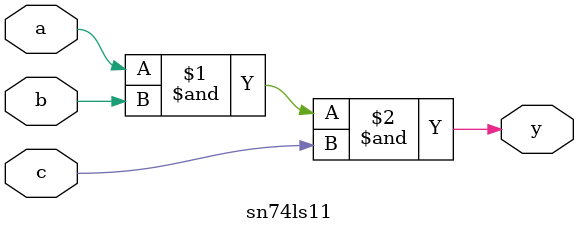
<source format=v>
module sn74ls11(y, a, b, c);
input a, b, c;
output y;
parameter
	// TI TTL data book Vol 1, 1985
	tPLH_min=0, tPLH_typ=8, tPLH_max=15,
	tPHL_min=0, tPHL_typ=10, tPHL_max=20;

	and #(tPLH_min : tPLH_typ : tPLH_max,
	  tPHL_min : tPHL_typ : tPHL_max)
	(y, a, b, c);

endmodule

</source>
